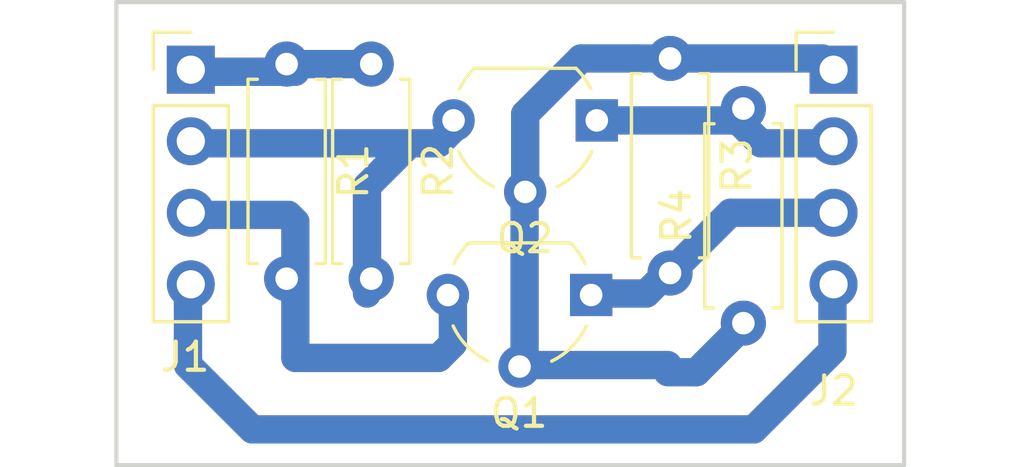
<source format=kicad_pcb>
(kicad_pcb (version 20171130) (host pcbnew "(5.1.5)-3")

  (general
    (thickness 1.6)
    (drawings 4)
    (tracks 69)
    (zones 0)
    (modules 8)
    (nets 8)
  )

  (page A4)
  (layers
    (0 F.Cu signal)
    (31 B.Cu signal)
    (32 B.Adhes user)
    (33 F.Adhes user)
    (34 B.Paste user)
    (35 F.Paste user)
    (36 B.SilkS user)
    (37 F.SilkS user)
    (38 B.Mask user)
    (39 F.Mask user)
    (40 Dwgs.User user)
    (41 Cmts.User user)
    (42 Eco1.User user)
    (43 Eco2.User user)
    (44 Edge.Cuts user)
    (45 Margin user)
    (46 B.CrtYd user)
    (47 F.CrtYd user)
    (48 B.Fab user)
    (49 F.Fab user)
  )

  (setup
    (last_trace_width 1)
    (trace_clearance 0.2)
    (zone_clearance 0.508)
    (zone_45_only no)
    (trace_min 0.2)
    (via_size 0.6)
    (via_drill 0.4)
    (via_min_size 0.4)
    (via_min_drill 0.3)
    (uvia_size 0.3)
    (uvia_drill 0.1)
    (uvias_allowed no)
    (uvia_min_size 0.2)
    (uvia_min_drill 0.1)
    (edge_width 0.15)
    (segment_width 0.2)
    (pcb_text_width 0.3)
    (pcb_text_size 1.5 1.5)
    (mod_edge_width 0.15)
    (mod_text_size 1 1)
    (mod_text_width 0.15)
    (pad_size 1.524 1.524)
    (pad_drill 0.762)
    (pad_to_mask_clearance 0.2)
    (aux_axis_origin 0 0)
    (visible_elements 7FFFFFFF)
    (pcbplotparams
      (layerselection 0x00030_80000001)
      (usegerberextensions false)
      (usegerberattributes false)
      (usegerberadvancedattributes false)
      (creategerberjobfile false)
      (excludeedgelayer true)
      (linewidth 0.100000)
      (plotframeref false)
      (viasonmask false)
      (mode 1)
      (useauxorigin false)
      (hpglpennumber 1)
      (hpglpenspeed 20)
      (hpglpendiameter 15.000000)
      (psnegative false)
      (psa4output false)
      (plotreference true)
      (plotvalue true)
      (plotinvisibletext false)
      (padsonsilk false)
      (subtractmaskfromsilk false)
      (outputformat 1)
      (mirror false)
      (drillshape 1)
      (scaleselection 1)
      (outputdirectory ""))
  )

  (net 0 "")
  (net 1 +5V)
  (net 2 GND)
  (net 3 +3V3)
  (net 4 /SDA_5V)
  (net 5 /SCL_5V)
  (net 6 /SCL_3.3V)
  (net 7 /SDA_3.3V)

  (net_class Default "This is the default net class."
    (clearance 0.2)
    (trace_width 1)
    (via_dia 0.6)
    (via_drill 0.4)
    (uvia_dia 0.3)
    (uvia_drill 0.1)
    (add_net +3V3)
    (add_net +5V)
    (add_net /SCL_3.3V)
    (add_net /SCL_5V)
    (add_net /SDA_3.3V)
    (add_net /SDA_5V)
    (add_net GND)
  )

  (module Connector_PinHeader_2.54mm:PinHeader_1x04_P2.54mm_Vertical (layer F.Cu) (tedit 59FED5CC) (tstamp 618101CB)
    (at 114.4 109.4)
    (descr "Through hole straight pin header, 1x04, 2.54mm pitch, single row")
    (tags "Through hole pin header THT 1x04 2.54mm single row")
    (path /6180C812)
    (fp_text reference J1 (at -0.2 10.2) (layer F.SilkS)
      (effects (font (size 1 1) (thickness 0.15)))
    )
    (fp_text value Conn_01x04_Male (at 0 9.95) (layer F.Fab)
      (effects (font (size 1 1) (thickness 0.15)))
    )
    (fp_line (start -0.635 -1.27) (end 1.27 -1.27) (layer F.Fab) (width 0.1))
    (fp_line (start 1.27 -1.27) (end 1.27 8.89) (layer F.Fab) (width 0.1))
    (fp_line (start 1.27 8.89) (end -1.27 8.89) (layer F.Fab) (width 0.1))
    (fp_line (start -1.27 8.89) (end -1.27 -0.635) (layer F.Fab) (width 0.1))
    (fp_line (start -1.27 -0.635) (end -0.635 -1.27) (layer F.Fab) (width 0.1))
    (fp_line (start -1.33 8.95) (end 1.33 8.95) (layer F.SilkS) (width 0.12))
    (fp_line (start -1.33 1.27) (end -1.33 8.95) (layer F.SilkS) (width 0.12))
    (fp_line (start 1.33 1.27) (end 1.33 8.95) (layer F.SilkS) (width 0.12))
    (fp_line (start -1.33 1.27) (end 1.33 1.27) (layer F.SilkS) (width 0.12))
    (fp_line (start -1.33 0) (end -1.33 -1.33) (layer F.SilkS) (width 0.12))
    (fp_line (start -1.33 -1.33) (end 0 -1.33) (layer F.SilkS) (width 0.12))
    (fp_line (start -1.8 -1.8) (end -1.8 9.4) (layer F.CrtYd) (width 0.05))
    (fp_line (start -1.8 9.4) (end 1.8 9.4) (layer F.CrtYd) (width 0.05))
    (fp_line (start 1.8 9.4) (end 1.8 -1.8) (layer F.CrtYd) (width 0.05))
    (fp_line (start 1.8 -1.8) (end -1.8 -1.8) (layer F.CrtYd) (width 0.05))
    (fp_text user %R (at 0 3.81 90) (layer F.Fab)
      (effects (font (size 1 1) (thickness 0.15)))
    )
    (pad 1 thru_hole rect (at 0 0) (size 1.7 1.7) (drill 1) (layers *.Cu *.Mask)
      (net 1 +5V))
    (pad 2 thru_hole oval (at 0 2.54) (size 1.7 1.7) (drill 1) (layers *.Cu *.Mask)
      (net 4 /SDA_5V))
    (pad 3 thru_hole oval (at 0 5.08) (size 1.7 1.7) (drill 1) (layers *.Cu *.Mask)
      (net 5 /SCL_5V))
    (pad 4 thru_hole oval (at 0 7.62) (size 1.7 1.7) (drill 1) (layers *.Cu *.Mask)
      (net 2 GND))
    (model ${KISYS3DMOD}/Connector_PinHeader_2.54mm.3dshapes/PinHeader_1x04_P2.54mm_Vertical.wrl
      (at (xyz 0 0 0))
      (scale (xyz 1 1 1))
      (rotate (xyz 0 0 0))
    )
  )

  (module Connector_PinHeader_2.54mm:PinHeader_1x04_P2.54mm_Vertical (layer F.Cu) (tedit 59FED5CC) (tstamp 618101E3)
    (at 137.2 109.4)
    (descr "Through hole straight pin header, 1x04, 2.54mm pitch, single row")
    (tags "Through hole pin header THT 1x04 2.54mm single row")
    (path /6180E8E0)
    (fp_text reference J2 (at 0 11.4) (layer F.SilkS)
      (effects (font (size 1 1) (thickness 0.15)))
    )
    (fp_text value Conn_01x04_Male (at 0 9.95) (layer F.Fab)
      (effects (font (size 1 1) (thickness 0.15)))
    )
    (fp_text user %R (at 0 3.81 90) (layer F.Fab)
      (effects (font (size 1 1) (thickness 0.15)))
    )
    (fp_line (start 1.8 -1.8) (end -1.8 -1.8) (layer F.CrtYd) (width 0.05))
    (fp_line (start 1.8 9.4) (end 1.8 -1.8) (layer F.CrtYd) (width 0.05))
    (fp_line (start -1.8 9.4) (end 1.8 9.4) (layer F.CrtYd) (width 0.05))
    (fp_line (start -1.8 -1.8) (end -1.8 9.4) (layer F.CrtYd) (width 0.05))
    (fp_line (start -1.33 -1.33) (end 0 -1.33) (layer F.SilkS) (width 0.12))
    (fp_line (start -1.33 0) (end -1.33 -1.33) (layer F.SilkS) (width 0.12))
    (fp_line (start -1.33 1.27) (end 1.33 1.27) (layer F.SilkS) (width 0.12))
    (fp_line (start 1.33 1.27) (end 1.33 8.95) (layer F.SilkS) (width 0.12))
    (fp_line (start -1.33 1.27) (end -1.33 8.95) (layer F.SilkS) (width 0.12))
    (fp_line (start -1.33 8.95) (end 1.33 8.95) (layer F.SilkS) (width 0.12))
    (fp_line (start -1.27 -0.635) (end -0.635 -1.27) (layer F.Fab) (width 0.1))
    (fp_line (start -1.27 8.89) (end -1.27 -0.635) (layer F.Fab) (width 0.1))
    (fp_line (start 1.27 8.89) (end -1.27 8.89) (layer F.Fab) (width 0.1))
    (fp_line (start 1.27 -1.27) (end 1.27 8.89) (layer F.Fab) (width 0.1))
    (fp_line (start -0.635 -1.27) (end 1.27 -1.27) (layer F.Fab) (width 0.1))
    (pad 4 thru_hole oval (at 0 7.62) (size 1.7 1.7) (drill 1) (layers *.Cu *.Mask)
      (net 2 GND))
    (pad 3 thru_hole oval (at 0 5.08) (size 1.7 1.7) (drill 1) (layers *.Cu *.Mask)
      (net 6 /SCL_3.3V))
    (pad 2 thru_hole oval (at 0 2.54) (size 1.7 1.7) (drill 1) (layers *.Cu *.Mask)
      (net 7 /SDA_3.3V))
    (pad 1 thru_hole rect (at 0 0) (size 1.7 1.7) (drill 1) (layers *.Cu *.Mask)
      (net 3 +3V3))
    (model ${KISYS3DMOD}/Connector_PinHeader_2.54mm.3dshapes/PinHeader_1x04_P2.54mm_Vertical.wrl
      (at (xyz 0 0 0))
      (scale (xyz 1 1 1))
      (rotate (xyz 0 0 0))
    )
  )

  (module Resistor_THT:R_Axial_DIN0207_L6.3mm_D2.5mm_P7.62mm_Horizontal (layer F.Cu) (tedit 5AE5139B) (tstamp 61810C49)
    (at 117.8 109.2 270)
    (descr "Resistor, Axial_DIN0207 series, Axial, Horizontal, pin pitch=7.62mm, 0.25W = 1/4W, length*diameter=6.3*2.5mm^2, http://cdn-reichelt.de/documents/datenblatt/B400/1_4W%23YAG.pdf")
    (tags "Resistor Axial_DIN0207 series Axial Horizontal pin pitch 7.62mm 0.25W = 1/4W length 6.3mm diameter 2.5mm")
    (path /6180C9B5)
    (fp_text reference R1 (at 3.81 -2.37 90) (layer F.SilkS)
      (effects (font (size 1 1) (thickness 0.15)))
    )
    (fp_text value 2K2 (at 3.81 2.37 90) (layer F.Fab)
      (effects (font (size 1 1) (thickness 0.15)))
    )
    (fp_line (start 0.66 -1.25) (end 0.66 1.25) (layer F.Fab) (width 0.1))
    (fp_line (start 0.66 1.25) (end 6.96 1.25) (layer F.Fab) (width 0.1))
    (fp_line (start 6.96 1.25) (end 6.96 -1.25) (layer F.Fab) (width 0.1))
    (fp_line (start 6.96 -1.25) (end 0.66 -1.25) (layer F.Fab) (width 0.1))
    (fp_line (start 0 0) (end 0.66 0) (layer F.Fab) (width 0.1))
    (fp_line (start 7.62 0) (end 6.96 0) (layer F.Fab) (width 0.1))
    (fp_line (start 0.54 -1.04) (end 0.54 -1.37) (layer F.SilkS) (width 0.12))
    (fp_line (start 0.54 -1.37) (end 7.08 -1.37) (layer F.SilkS) (width 0.12))
    (fp_line (start 7.08 -1.37) (end 7.08 -1.04) (layer F.SilkS) (width 0.12))
    (fp_line (start 0.54 1.04) (end 0.54 1.37) (layer F.SilkS) (width 0.12))
    (fp_line (start 0.54 1.37) (end 7.08 1.37) (layer F.SilkS) (width 0.12))
    (fp_line (start 7.08 1.37) (end 7.08 1.04) (layer F.SilkS) (width 0.12))
    (fp_line (start -1.05 -1.5) (end -1.05 1.5) (layer F.CrtYd) (width 0.05))
    (fp_line (start -1.05 1.5) (end 8.67 1.5) (layer F.CrtYd) (width 0.05))
    (fp_line (start 8.67 1.5) (end 8.67 -1.5) (layer F.CrtYd) (width 0.05))
    (fp_line (start 8.67 -1.5) (end -1.05 -1.5) (layer F.CrtYd) (width 0.05))
    (fp_text user %R (at 3.81 0 90) (layer F.Fab)
      (effects (font (size 1 1) (thickness 0.15)))
    )
    (pad 1 thru_hole circle (at 0 0 270) (size 1.6 1.6) (drill 0.8) (layers *.Cu *.Mask)
      (net 1 +5V))
    (pad 2 thru_hole oval (at 7.62 0 270) (size 1.6 1.6) (drill 0.8) (layers *.Cu *.Mask)
      (net 5 /SCL_5V))
    (model ${KISYS3DMOD}/Resistor_THT.3dshapes/R_Axial_DIN0207_L6.3mm_D2.5mm_P7.62mm_Horizontal.wrl
      (at (xyz 0 0 0))
      (scale (xyz 1 1 1))
      (rotate (xyz 0 0 0))
    )
  )

  (module Resistor_THT:R_Axial_DIN0207_L6.3mm_D2.5mm_P7.62mm_Horizontal (layer F.Cu) (tedit 5AE5139B) (tstamp 6181042E)
    (at 120.8 109.2 270)
    (descr "Resistor, Axial_DIN0207 series, Axial, Horizontal, pin pitch=7.62mm, 0.25W = 1/4W, length*diameter=6.3*2.5mm^2, http://cdn-reichelt.de/documents/datenblatt/B400/1_4W%23YAG.pdf")
    (tags "Resistor Axial_DIN0207 series Axial Horizontal pin pitch 7.62mm 0.25W = 1/4W length 6.3mm diameter 2.5mm")
    (path /6180D653)
    (fp_text reference R2 (at 3.81 -2.37 90) (layer F.SilkS)
      (effects (font (size 1 1) (thickness 0.15)))
    )
    (fp_text value 2K2 (at 3.81 2.37 90) (layer F.Fab)
      (effects (font (size 1 1) (thickness 0.15)))
    )
    (fp_text user %R (at 3.81 0 90) (layer F.Fab)
      (effects (font (size 1 1) (thickness 0.15)))
    )
    (fp_line (start 8.67 -1.5) (end -1.05 -1.5) (layer F.CrtYd) (width 0.05))
    (fp_line (start 8.67 1.5) (end 8.67 -1.5) (layer F.CrtYd) (width 0.05))
    (fp_line (start -1.05 1.5) (end 8.67 1.5) (layer F.CrtYd) (width 0.05))
    (fp_line (start -1.05 -1.5) (end -1.05 1.5) (layer F.CrtYd) (width 0.05))
    (fp_line (start 7.08 1.37) (end 7.08 1.04) (layer F.SilkS) (width 0.12))
    (fp_line (start 0.54 1.37) (end 7.08 1.37) (layer F.SilkS) (width 0.12))
    (fp_line (start 0.54 1.04) (end 0.54 1.37) (layer F.SilkS) (width 0.12))
    (fp_line (start 7.08 -1.37) (end 7.08 -1.04) (layer F.SilkS) (width 0.12))
    (fp_line (start 0.54 -1.37) (end 7.08 -1.37) (layer F.SilkS) (width 0.12))
    (fp_line (start 0.54 -1.04) (end 0.54 -1.37) (layer F.SilkS) (width 0.12))
    (fp_line (start 7.62 0) (end 6.96 0) (layer F.Fab) (width 0.1))
    (fp_line (start 0 0) (end 0.66 0) (layer F.Fab) (width 0.1))
    (fp_line (start 6.96 -1.25) (end 0.66 -1.25) (layer F.Fab) (width 0.1))
    (fp_line (start 6.96 1.25) (end 6.96 -1.25) (layer F.Fab) (width 0.1))
    (fp_line (start 0.66 1.25) (end 6.96 1.25) (layer F.Fab) (width 0.1))
    (fp_line (start 0.66 -1.25) (end 0.66 1.25) (layer F.Fab) (width 0.1))
    (pad 2 thru_hole oval (at 7.62 0 270) (size 1.6 1.6) (drill 0.8) (layers *.Cu *.Mask)
      (net 4 /SDA_5V))
    (pad 1 thru_hole circle (at 0 0 270) (size 1.6 1.6) (drill 0.8) (layers *.Cu *.Mask)
      (net 1 +5V))
    (model ${KISYS3DMOD}/Resistor_THT.3dshapes/R_Axial_DIN0207_L6.3mm_D2.5mm_P7.62mm_Horizontal.wrl
      (at (xyz 0 0 0))
      (scale (xyz 1 1 1))
      (rotate (xyz 0 0 0))
    )
  )

  (module Resistor_THT:R_Axial_DIN0207_L6.3mm_D2.5mm_P7.62mm_Horizontal (layer F.Cu) (tedit 5AE5139B) (tstamp 61810445)
    (at 131.4 109 270)
    (descr "Resistor, Axial_DIN0207 series, Axial, Horizontal, pin pitch=7.62mm, 0.25W = 1/4W, length*diameter=6.3*2.5mm^2, http://cdn-reichelt.de/documents/datenblatt/B400/1_4W%23YAG.pdf")
    (tags "Resistor Axial_DIN0207 series Axial Horizontal pin pitch 7.62mm 0.25W = 1/4W length 6.3mm diameter 2.5mm")
    (path /6180D855)
    (fp_text reference R3 (at 3.81 -2.37 90) (layer F.SilkS)
      (effects (font (size 1 1) (thickness 0.15)))
    )
    (fp_text value 2K2 (at 3.81 2.37 90) (layer F.Fab)
      (effects (font (size 1 1) (thickness 0.15)))
    )
    (fp_line (start 0.66 -1.25) (end 0.66 1.25) (layer F.Fab) (width 0.1))
    (fp_line (start 0.66 1.25) (end 6.96 1.25) (layer F.Fab) (width 0.1))
    (fp_line (start 6.96 1.25) (end 6.96 -1.25) (layer F.Fab) (width 0.1))
    (fp_line (start 6.96 -1.25) (end 0.66 -1.25) (layer F.Fab) (width 0.1))
    (fp_line (start 0 0) (end 0.66 0) (layer F.Fab) (width 0.1))
    (fp_line (start 7.62 0) (end 6.96 0) (layer F.Fab) (width 0.1))
    (fp_line (start 0.54 -1.04) (end 0.54 -1.37) (layer F.SilkS) (width 0.12))
    (fp_line (start 0.54 -1.37) (end 7.08 -1.37) (layer F.SilkS) (width 0.12))
    (fp_line (start 7.08 -1.37) (end 7.08 -1.04) (layer F.SilkS) (width 0.12))
    (fp_line (start 0.54 1.04) (end 0.54 1.37) (layer F.SilkS) (width 0.12))
    (fp_line (start 0.54 1.37) (end 7.08 1.37) (layer F.SilkS) (width 0.12))
    (fp_line (start 7.08 1.37) (end 7.08 1.04) (layer F.SilkS) (width 0.12))
    (fp_line (start -1.05 -1.5) (end -1.05 1.5) (layer F.CrtYd) (width 0.05))
    (fp_line (start -1.05 1.5) (end 8.67 1.5) (layer F.CrtYd) (width 0.05))
    (fp_line (start 8.67 1.5) (end 8.67 -1.5) (layer F.CrtYd) (width 0.05))
    (fp_line (start 8.67 -1.5) (end -1.05 -1.5) (layer F.CrtYd) (width 0.05))
    (fp_text user %R (at 3.81 0 90) (layer F.Fab)
      (effects (font (size 1 1) (thickness 0.15)))
    )
    (pad 1 thru_hole circle (at 0 0 270) (size 1.6 1.6) (drill 0.8) (layers *.Cu *.Mask)
      (net 3 +3V3))
    (pad 2 thru_hole oval (at 7.62 0 270) (size 1.6 1.6) (drill 0.8) (layers *.Cu *.Mask)
      (net 6 /SCL_3.3V))
    (model ${KISYS3DMOD}/Resistor_THT.3dshapes/R_Axial_DIN0207_L6.3mm_D2.5mm_P7.62mm_Horizontal.wrl
      (at (xyz 0 0 0))
      (scale (xyz 1 1 1))
      (rotate (xyz 0 0 0))
    )
  )

  (module Resistor_THT:R_Axial_DIN0207_L6.3mm_D2.5mm_P7.62mm_Horizontal (layer F.Cu) (tedit 5AE5139B) (tstamp 61810E1D)
    (at 134 118.4 90)
    (descr "Resistor, Axial_DIN0207 series, Axial, Horizontal, pin pitch=7.62mm, 0.25W = 1/4W, length*diameter=6.3*2.5mm^2, http://cdn-reichelt.de/documents/datenblatt/B400/1_4W%23YAG.pdf")
    (tags "Resistor Axial_DIN0207 series Axial Horizontal pin pitch 7.62mm 0.25W = 1/4W length 6.3mm diameter 2.5mm")
    (path /6180DCCC)
    (fp_text reference R4 (at 3.81 -2.37 90) (layer F.SilkS)
      (effects (font (size 1 1) (thickness 0.15)))
    )
    (fp_text value 2K2 (at 3.81 2.37 90) (layer F.Fab)
      (effects (font (size 1 1) (thickness 0.15)))
    )
    (fp_text user %R (at 3.81 0 90) (layer F.Fab)
      (effects (font (size 1 1) (thickness 0.15)))
    )
    (fp_line (start 8.67 -1.5) (end -1.05 -1.5) (layer F.CrtYd) (width 0.05))
    (fp_line (start 8.67 1.5) (end 8.67 -1.5) (layer F.CrtYd) (width 0.05))
    (fp_line (start -1.05 1.5) (end 8.67 1.5) (layer F.CrtYd) (width 0.05))
    (fp_line (start -1.05 -1.5) (end -1.05 1.5) (layer F.CrtYd) (width 0.05))
    (fp_line (start 7.08 1.37) (end 7.08 1.04) (layer F.SilkS) (width 0.12))
    (fp_line (start 0.54 1.37) (end 7.08 1.37) (layer F.SilkS) (width 0.12))
    (fp_line (start 0.54 1.04) (end 0.54 1.37) (layer F.SilkS) (width 0.12))
    (fp_line (start 7.08 -1.37) (end 7.08 -1.04) (layer F.SilkS) (width 0.12))
    (fp_line (start 0.54 -1.37) (end 7.08 -1.37) (layer F.SilkS) (width 0.12))
    (fp_line (start 0.54 -1.04) (end 0.54 -1.37) (layer F.SilkS) (width 0.12))
    (fp_line (start 7.62 0) (end 6.96 0) (layer F.Fab) (width 0.1))
    (fp_line (start 0 0) (end 0.66 0) (layer F.Fab) (width 0.1))
    (fp_line (start 6.96 -1.25) (end 0.66 -1.25) (layer F.Fab) (width 0.1))
    (fp_line (start 6.96 1.25) (end 6.96 -1.25) (layer F.Fab) (width 0.1))
    (fp_line (start 0.66 1.25) (end 6.96 1.25) (layer F.Fab) (width 0.1))
    (fp_line (start 0.66 -1.25) (end 0.66 1.25) (layer F.Fab) (width 0.1))
    (pad 2 thru_hole oval (at 7.62 0 90) (size 1.6 1.6) (drill 0.8) (layers *.Cu *.Mask)
      (net 7 /SDA_3.3V))
    (pad 1 thru_hole circle (at 0 0 90) (size 1.6 1.6) (drill 0.8) (layers *.Cu *.Mask)
      (net 3 +3V3))
    (model ${KISYS3DMOD}/Resistor_THT.3dshapes/R_Axial_DIN0207_L6.3mm_D2.5mm_P7.62mm_Horizontal.wrl
      (at (xyz 0 0 0))
      (scale (xyz 1 1 1))
      (rotate (xyz 0 0 0))
    )
  )

  (module Package_TO_SOT_THT:TO-92_Wide (layer F.Cu) (tedit 5A2795B7) (tstamp 61810B3B)
    (at 128.6 117.4 180)
    (descr "TO-92 leads molded, wide, drill 0.75mm (see NXP sot054_po.pdf)")
    (tags "to-92 sc-43 sc-43a sot54 PA33 transistor")
    (path /61809E19)
    (fp_text reference Q1 (at 2.55 -4.19) (layer F.SilkS)
      (effects (font (size 1 1) (thickness 0.15)))
    )
    (fp_text value 2N7000 (at 2.54 2.79) (layer F.Fab)
      (effects (font (size 1 1) (thickness 0.15)))
    )
    (fp_text user %R (at 2.54 0) (layer F.Fab)
      (effects (font (size 1 1) (thickness 0.15)))
    )
    (fp_line (start 0.74 1.85) (end 4.34 1.85) (layer F.SilkS) (width 0.12))
    (fp_line (start 0.8 1.75) (end 4.3 1.75) (layer F.Fab) (width 0.1))
    (fp_line (start -1.01 -3.55) (end 6.09 -3.55) (layer F.CrtYd) (width 0.05))
    (fp_line (start -1.01 -3.55) (end -1.01 2.01) (layer F.CrtYd) (width 0.05))
    (fp_line (start 6.09 2.01) (end 6.09 -3.55) (layer F.CrtYd) (width 0.05))
    (fp_line (start 6.09 2.01) (end -1.01 2.01) (layer F.CrtYd) (width 0.05))
    (fp_arc (start 2.54 0) (end 0.74 1.85) (angle 20) (layer F.SilkS) (width 0.12))
    (fp_arc (start 2.54 0) (end 1.4 -2.35) (angle -39.12170074) (layer F.SilkS) (width 0.12))
    (fp_arc (start 2.54 0) (end 3.65 -2.35) (angle 39.71668247) (layer F.SilkS) (width 0.12))
    (fp_arc (start 2.54 0) (end 2.54 -2.48) (angle 135) (layer F.Fab) (width 0.1))
    (fp_arc (start 2.54 0) (end 2.54 -2.48) (angle -135) (layer F.Fab) (width 0.1))
    (fp_arc (start 2.54 0) (end 4.34 1.85) (angle -20) (layer F.SilkS) (width 0.12))
    (pad 2 thru_hole circle (at 2.54 -2.54 180) (size 1.5 1.5) (drill 0.8) (layers *.Cu *.Mask)
      (net 3 +3V3))
    (pad 3 thru_hole circle (at 5.08 0 180) (size 1.5 1.5) (drill 0.8) (layers *.Cu *.Mask)
      (net 5 /SCL_5V))
    (pad 1 thru_hole rect (at 0 0 180) (size 1.5 1.5) (drill 0.8) (layers *.Cu *.Mask)
      (net 6 /SCL_3.3V))
    (model ${KISYS3DMOD}/Package_TO_SOT_THT.3dshapes/TO-92_Wide.wrl
      (at (xyz 0 0 0))
      (scale (xyz 1 1 1))
      (rotate (xyz 0 0 0))
    )
  )

  (module Package_TO_SOT_THT:TO-92_Wide (layer F.Cu) (tedit 5A2795B7) (tstamp 61810AB5)
    (at 128.8 111.2 180)
    (descr "TO-92 leads molded, wide, drill 0.75mm (see NXP sot054_po.pdf)")
    (tags "to-92 sc-43 sc-43a sot54 PA33 transistor")
    (path /6180BB1C)
    (fp_text reference Q2 (at 2.55 -4.19) (layer F.SilkS)
      (effects (font (size 1 1) (thickness 0.15)))
    )
    (fp_text value 2N7000 (at 2.54 2.79) (layer F.Fab)
      (effects (font (size 1 1) (thickness 0.15)))
    )
    (fp_arc (start 2.54 0) (end 4.34 1.85) (angle -20) (layer F.SilkS) (width 0.12))
    (fp_arc (start 2.54 0) (end 2.54 -2.48) (angle -135) (layer F.Fab) (width 0.1))
    (fp_arc (start 2.54 0) (end 2.54 -2.48) (angle 135) (layer F.Fab) (width 0.1))
    (fp_arc (start 2.54 0) (end 3.65 -2.35) (angle 39.71668247) (layer F.SilkS) (width 0.12))
    (fp_arc (start 2.54 0) (end 1.4 -2.35) (angle -39.12170074) (layer F.SilkS) (width 0.12))
    (fp_arc (start 2.54 0) (end 0.74 1.85) (angle 20) (layer F.SilkS) (width 0.12))
    (fp_line (start 6.09 2.01) (end -1.01 2.01) (layer F.CrtYd) (width 0.05))
    (fp_line (start 6.09 2.01) (end 6.09 -3.55) (layer F.CrtYd) (width 0.05))
    (fp_line (start -1.01 -3.55) (end -1.01 2.01) (layer F.CrtYd) (width 0.05))
    (fp_line (start -1.01 -3.55) (end 6.09 -3.55) (layer F.CrtYd) (width 0.05))
    (fp_line (start 0.8 1.75) (end 4.3 1.75) (layer F.Fab) (width 0.1))
    (fp_line (start 0.74 1.85) (end 4.34 1.85) (layer F.SilkS) (width 0.12))
    (fp_text user %R (at 2.54 0) (layer F.Fab)
      (effects (font (size 1 1) (thickness 0.15)))
    )
    (pad 1 thru_hole rect (at 0 0 180) (size 1.5 1.5) (drill 0.8) (layers *.Cu *.Mask)
      (net 7 /SDA_3.3V))
    (pad 3 thru_hole circle (at 5.08 0 180) (size 1.5 1.5) (drill 0.8) (layers *.Cu *.Mask)
      (net 4 /SDA_5V))
    (pad 2 thru_hole circle (at 2.54 -2.54 180) (size 1.5 1.5) (drill 0.8) (layers *.Cu *.Mask)
      (net 3 +3V3))
    (model ${KISYS3DMOD}/Package_TO_SOT_THT.3dshapes/TO-92_Wide.wrl
      (at (xyz 0 0 0))
      (scale (xyz 1 1 1))
      (rotate (xyz 0 0 0))
    )
  )

  (gr_line (start 111.76 107) (end 139.7 107) (angle 90) (layer Edge.Cuts) (width 0.15))
  (gr_line (start 111.76 123.444) (end 111.76 107) (angle 90) (layer Edge.Cuts) (width 0.15))
  (gr_line (start 139.7 123.444) (end 111.76 123.444) (angle 90) (layer Edge.Cuts) (width 0.15))
  (gr_line (start 139.7 107) (end 139.7 123.444) (angle 90) (layer Edge.Cuts) (width 0.15))

  (segment (start 117.8 109.2) (end 120.8 109.2) (width 1) (layer F.Cu) (net 1) (tstamp 61811073))
  (segment (start 114.3 109.474) (end 118.11 109.474) (width 1) (layer F.Cu) (net 1) (tstamp 6180FD4E))
  (segment (start 114.3 109.474) (end 118.11 109.474) (width 1) (layer B.Cu) (net 1))
  (segment (start 117.8 109.2) (end 120.8 109.2) (width 1) (layer B.Cu) (net 1))
  (segment (start 114.3 119.888) (end 116.586 122.174) (width 1) (layer F.Cu) (net 2) (tstamp 6180FD3B))
  (segment (start 137.16 117.094) (end 137.16 119.38) (width 1) (layer F.Cu) (net 2) (tstamp 6180FD40))
  (segment (start 137.16 119.38) (end 134.366 122.174) (width 1) (layer F.Cu) (net 2) (tstamp 6180FD41))
  (segment (start 114.3 119.888) (end 114.3 117.094) (width 1) (layer F.Cu) (net 2) (tstamp 6180FD47))
  (segment (start 116.586 122.174) (end 134.366 122.174) (width 1) (layer F.Cu) (net 2) (tstamp 6180FD4F))
  (segment (start 137.16 117.094) (end 137.16 119.38) (width 1) (layer B.Cu) (net 2))
  (segment (start 114.3 119.888) (end 114.3 117.094) (width 1) (layer B.Cu) (net 2))
  (segment (start 114.3 119.888) (end 116.586 122.174) (width 1) (layer B.Cu) (net 2) (tstamp 578E6281))
  (segment (start 116.586 122.174) (end 134.366 122.174) (width 1) (layer B.Cu) (net 2))
  (segment (start 137.16 119.38) (end 134.366 122.174) (width 1) (layer B.Cu) (net 2) (tstamp 578E638D))
  (segment (start 136.8 109) (end 131.4 109) (width 1) (layer F.Cu) (net 3) (tstamp 61811072))
  (segment (start 128.239998 109) (end 130.26863 109) (width 1) (layer F.Cu) (net 3) (tstamp 61811074))
  (segment (start 126.26 113.74) (end 126.26 110.979998) (width 1) (layer F.Cu) (net 3) (tstamp 61811075))
  (segment (start 126.26 110.979998) (end 128.239998 109) (width 1) (layer F.Cu) (net 3) (tstamp 61811076))
  (segment (start 131.318 120.142) (end 132.334 120.142) (width 1) (layer F.Cu) (net 3) (tstamp 6180FD55))
  (segment (start 126.238 114.046) (end 126.238 119.888) (width 1) (layer F.Cu) (net 3) (tstamp 6180FD56))
  (segment (start 132.334 120.142) (end 133.858 118.618) (width 1) (layer F.Cu) (net 3) (tstamp 6180FD62))
  (segment (start 126.238 119.888) (end 131.318 119.888) (width 1) (layer F.Cu) (net 3) (tstamp 6180FD63))
  (segment (start 131.318 120.142) (end 132.334 120.142) (width 1) (layer B.Cu) (net 3))
  (segment (start 132.334 120.142) (end 133.858 118.618) (width 1) (layer B.Cu) (net 3) (tstamp 578E62F3))
  (segment (start 126.238 119.888) (end 131.318 119.888) (width 1) (layer B.Cu) (net 3))
  (segment (start 126.238 114.046) (end 126.238 119.888) (width 1) (layer B.Cu) (net 3))
  (segment (start 128.239998 109) (end 130.26863 109) (width 1) (layer B.Cu) (net 3))
  (segment (start 126.26 110.979998) (end 128.239998 109) (width 1) (layer B.Cu) (net 3))
  (segment (start 130.26863 109) (end 131.4 109) (width 1) (layer B.Cu) (net 3))
  (segment (start 126.26 113.74) (end 126.26 110.979998) (width 1) (layer B.Cu) (net 3))
  (segment (start 136.8 109) (end 131.4 109) (width 1) (layer B.Cu) (net 3))
  (segment (start 137.2 109.4) (end 136.8 109) (width 1) (layer B.Cu) (net 3))
  (segment (start 120.65 113.538) (end 122.174 112.014) (width 1) (layer F.Cu) (net 4) (tstamp 6180FD39))
  (segment (start 120.65 117.348) (end 120.65 113.538) (width 1) (layer F.Cu) (net 4) (tstamp 6180FD3D))
  (segment (start 123.19 112.014) (end 123.698 111.506) (width 1) (layer F.Cu) (net 4) (tstamp 6180FD4C))
  (segment (start 114.3 112.014) (end 122.174 112.014) (width 1) (layer F.Cu) (net 4) (tstamp 6180FD4D))
  (segment (start 122.174 112.014) (end 123.19 112.014) (width 1) (layer F.Cu) (net 4) (tstamp 6180FD50))
  (segment (start 120.65 117.348) (end 120.65 113.538) (width 1) (layer B.Cu) (net 4))
  (segment (start 120.65 113.538) (end 122.174 112.014) (width 1) (layer B.Cu) (net 4) (tstamp 578E628E))
  (segment (start 114.3 112.014) (end 122.174 112.014) (width 1) (layer B.Cu) (net 4))
  (segment (start 122.174 112.014) (end 123.19 112.014) (width 1) (layer B.Cu) (net 4) (tstamp 578E6296))
  (segment (start 123.19 112.014) (end 123.698 111.506) (width 1) (layer B.Cu) (net 4) (tstamp 578E6104))
  (segment (start 118.11 114.808) (end 118.11 119.634) (width 1) (layer F.Cu) (net 5) (tstamp 6180FD3A))
  (segment (start 114.3 114.554) (end 117.856 114.554) (width 1) (layer F.Cu) (net 5) (tstamp 6180FD3E))
  (segment (start 117.856 114.554) (end 118.11 114.808) (width 1) (layer F.Cu) (net 5) (tstamp 6180FD3F))
  (segment (start 118.11 119.634) (end 123.19 119.634) (width 1) (layer F.Cu) (net 5) (tstamp 6180FD44))
  (segment (start 123.698 119.126) (end 123.698 117.348) (width 1) (layer F.Cu) (net 5) (tstamp 6180FD48))
  (segment (start 123.19 119.634) (end 123.698 119.126) (width 1) (layer F.Cu) (net 5) (tstamp 6180FD4A))
  (segment (start 118.11 119.634) (end 123.19 119.634) (width 1) (layer B.Cu) (net 5))
  (segment (start 123.698 119.126) (end 123.698 117.348) (width 1) (layer B.Cu) (net 5) (tstamp 578E626E))
  (segment (start 123.19 119.634) (end 123.698 119.126) (width 1) (layer B.Cu) (net 5) (tstamp 578E626D))
  (segment (start 114.3 114.554) (end 117.856 114.554) (width 1) (layer B.Cu) (net 5))
  (segment (start 118.11 114.808) (end 118.11 119.634) (width 1) (layer B.Cu) (net 5) (tstamp 578E6110))
  (segment (start 117.856 114.554) (end 118.11 114.808) (width 1) (layer B.Cu) (net 5) (tstamp 578E610F))
  (segment (start 137.2 114.48) (end 133.54 114.48) (width 1) (layer F.Cu) (net 6) (tstamp 61811070))
  (segment (start 133.54 114.48) (end 131.4 116.62) (width 1) (layer F.Cu) (net 6) (tstamp 61811071))
  (segment (start 130.556 117.348) (end 131.318 116.586) (width 1) (layer F.Cu) (net 6) (tstamp 6180FD54))
  (segment (start 128.778 117.348) (end 130.556 117.348) (width 1) (layer F.Cu) (net 6) (tstamp 6180FD60))
  (segment (start 128.778 117.348) (end 130.556 117.348) (width 1) (layer B.Cu) (net 6))
  (segment (start 130.556 117.348) (end 131.318 116.586) (width 1) (layer B.Cu) (net 6) (tstamp 578E6199))
  (segment (start 133.54 114.48) (end 131.4 116.62) (width 1) (layer B.Cu) (net 6))
  (segment (start 137.2 114.48) (end 133.54 114.48) (width 1) (layer B.Cu) (net 6))
  (segment (start 128.82 111.2) (end 133.6 111.2) (width 1) (layer F.Cu) (net 7) (tstamp 618110AB))
  (segment (start 137.414 112.014) (end 134.62 112.014) (width 1) (layer F.Cu) (net 7) (tstamp 6180FD57))
  (segment (start 134.62 112.014) (end 133.858 111.252) (width 1) (layer F.Cu) (net 7) (tstamp 6180FD5D))
  (segment (start 137.414 112.014) (end 134.62 112.014) (width 1) (layer B.Cu) (net 7))
  (segment (start 134.62 112.014) (end 133.858 111.252) (width 1) (layer B.Cu) (net 7) (tstamp 578E6300))
  (segment (start 133.58 111.2) (end 134 110.78) (width 1) (layer B.Cu) (net 7))
  (segment (start 128.8 111.2) (end 133.58 111.2) (width 1) (layer B.Cu) (net 7))

)

</source>
